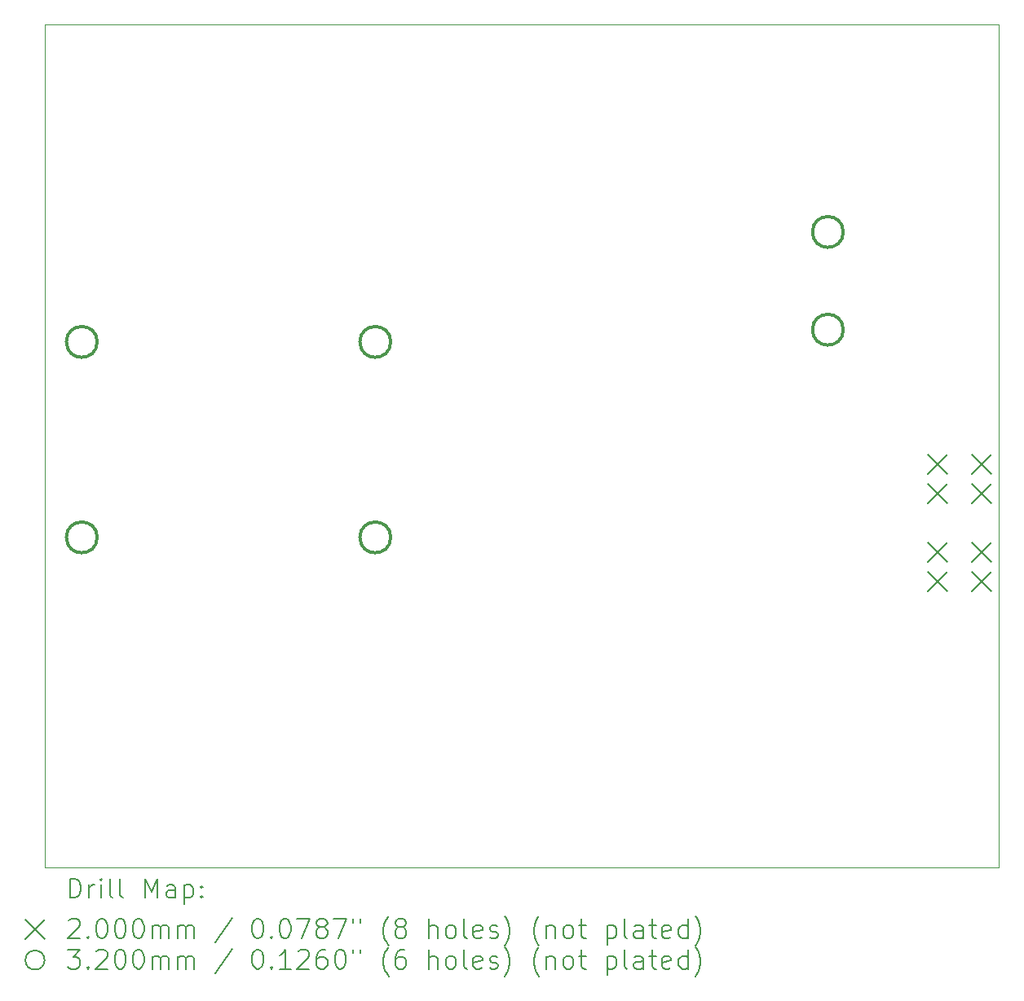
<source format=gbr>
%TF.GenerationSoftware,KiCad,Pcbnew,7.0.5*%
%TF.CreationDate,2023-07-22T19:45:40-06:00*%
%TF.ProjectId,Project-Supernova-PCB,50726f6a-6563-4742-9d53-757065726e6f,rev?*%
%TF.SameCoordinates,Original*%
%TF.FileFunction,Drillmap*%
%TF.FilePolarity,Positive*%
%FSLAX45Y45*%
G04 Gerber Fmt 4.5, Leading zero omitted, Abs format (unit mm)*
G04 Created by KiCad (PCBNEW 7.0.5) date 2023-07-22 19:45:40*
%MOMM*%
%LPD*%
G01*
G04 APERTURE LIST*
%ADD10C,0.100000*%
%ADD11C,0.200000*%
%ADD12C,0.320000*%
G04 APERTURE END LIST*
D10*
X8509000Y-4572000D02*
X18415000Y-4572000D01*
X18415000Y-13335000D01*
X8509000Y-13335000D01*
X8509000Y-4572000D01*
D11*
X17680000Y-9044000D02*
X17880000Y-9244000D01*
X17880000Y-9044000D02*
X17680000Y-9244000D01*
X17680000Y-9348800D02*
X17880000Y-9548800D01*
X17880000Y-9348800D02*
X17680000Y-9548800D01*
X17680000Y-9958400D02*
X17880000Y-10158400D01*
X17880000Y-9958400D02*
X17680000Y-10158400D01*
X17680000Y-10263200D02*
X17880000Y-10463200D01*
X17880000Y-10263200D02*
X17680000Y-10463200D01*
X18137200Y-9044000D02*
X18337200Y-9244000D01*
X18337200Y-9044000D02*
X18137200Y-9244000D01*
X18137200Y-9348800D02*
X18337200Y-9548800D01*
X18337200Y-9348800D02*
X18137200Y-9548800D01*
X18137200Y-9958400D02*
X18337200Y-10158400D01*
X18337200Y-9958400D02*
X18137200Y-10158400D01*
X18137200Y-10263200D02*
X18337200Y-10463200D01*
X18337200Y-10263200D02*
X18137200Y-10463200D01*
D12*
X9050000Y-7874000D02*
G75*
G03*
X9050000Y-7874000I-160000J0D01*
G01*
X9050000Y-9906000D02*
G75*
G03*
X9050000Y-9906000I-160000J0D01*
G01*
X12098000Y-7874000D02*
G75*
G03*
X12098000Y-7874000I-160000J0D01*
G01*
X12098000Y-9906000D02*
G75*
G03*
X12098000Y-9906000I-160000J0D01*
G01*
X16798000Y-6731000D02*
G75*
G03*
X16798000Y-6731000I-160000J0D01*
G01*
X16798000Y-7747000D02*
G75*
G03*
X16798000Y-7747000I-160000J0D01*
G01*
D11*
X8764777Y-13651484D02*
X8764777Y-13451484D01*
X8764777Y-13451484D02*
X8812396Y-13451484D01*
X8812396Y-13451484D02*
X8840967Y-13461008D01*
X8840967Y-13461008D02*
X8860015Y-13480055D01*
X8860015Y-13480055D02*
X8869539Y-13499103D01*
X8869539Y-13499103D02*
X8879063Y-13537198D01*
X8879063Y-13537198D02*
X8879063Y-13565769D01*
X8879063Y-13565769D02*
X8869539Y-13603865D01*
X8869539Y-13603865D02*
X8860015Y-13622912D01*
X8860015Y-13622912D02*
X8840967Y-13641960D01*
X8840967Y-13641960D02*
X8812396Y-13651484D01*
X8812396Y-13651484D02*
X8764777Y-13651484D01*
X8964777Y-13651484D02*
X8964777Y-13518150D01*
X8964777Y-13556246D02*
X8974301Y-13537198D01*
X8974301Y-13537198D02*
X8983824Y-13527674D01*
X8983824Y-13527674D02*
X9002872Y-13518150D01*
X9002872Y-13518150D02*
X9021920Y-13518150D01*
X9088586Y-13651484D02*
X9088586Y-13518150D01*
X9088586Y-13451484D02*
X9079063Y-13461008D01*
X9079063Y-13461008D02*
X9088586Y-13470531D01*
X9088586Y-13470531D02*
X9098110Y-13461008D01*
X9098110Y-13461008D02*
X9088586Y-13451484D01*
X9088586Y-13451484D02*
X9088586Y-13470531D01*
X9212396Y-13651484D02*
X9193348Y-13641960D01*
X9193348Y-13641960D02*
X9183824Y-13622912D01*
X9183824Y-13622912D02*
X9183824Y-13451484D01*
X9317158Y-13651484D02*
X9298110Y-13641960D01*
X9298110Y-13641960D02*
X9288586Y-13622912D01*
X9288586Y-13622912D02*
X9288586Y-13451484D01*
X9545729Y-13651484D02*
X9545729Y-13451484D01*
X9545729Y-13451484D02*
X9612396Y-13594341D01*
X9612396Y-13594341D02*
X9679063Y-13451484D01*
X9679063Y-13451484D02*
X9679063Y-13651484D01*
X9860015Y-13651484D02*
X9860015Y-13546722D01*
X9860015Y-13546722D02*
X9850491Y-13527674D01*
X9850491Y-13527674D02*
X9831444Y-13518150D01*
X9831444Y-13518150D02*
X9793348Y-13518150D01*
X9793348Y-13518150D02*
X9774301Y-13527674D01*
X9860015Y-13641960D02*
X9840967Y-13651484D01*
X9840967Y-13651484D02*
X9793348Y-13651484D01*
X9793348Y-13651484D02*
X9774301Y-13641960D01*
X9774301Y-13641960D02*
X9764777Y-13622912D01*
X9764777Y-13622912D02*
X9764777Y-13603865D01*
X9764777Y-13603865D02*
X9774301Y-13584817D01*
X9774301Y-13584817D02*
X9793348Y-13575293D01*
X9793348Y-13575293D02*
X9840967Y-13575293D01*
X9840967Y-13575293D02*
X9860015Y-13565769D01*
X9955253Y-13518150D02*
X9955253Y-13718150D01*
X9955253Y-13527674D02*
X9974301Y-13518150D01*
X9974301Y-13518150D02*
X10012396Y-13518150D01*
X10012396Y-13518150D02*
X10031444Y-13527674D01*
X10031444Y-13527674D02*
X10040967Y-13537198D01*
X10040967Y-13537198D02*
X10050491Y-13556246D01*
X10050491Y-13556246D02*
X10050491Y-13613388D01*
X10050491Y-13613388D02*
X10040967Y-13632436D01*
X10040967Y-13632436D02*
X10031444Y-13641960D01*
X10031444Y-13641960D02*
X10012396Y-13651484D01*
X10012396Y-13651484D02*
X9974301Y-13651484D01*
X9974301Y-13651484D02*
X9955253Y-13641960D01*
X10136205Y-13632436D02*
X10145729Y-13641960D01*
X10145729Y-13641960D02*
X10136205Y-13651484D01*
X10136205Y-13651484D02*
X10126682Y-13641960D01*
X10126682Y-13641960D02*
X10136205Y-13632436D01*
X10136205Y-13632436D02*
X10136205Y-13651484D01*
X10136205Y-13527674D02*
X10145729Y-13537198D01*
X10145729Y-13537198D02*
X10136205Y-13546722D01*
X10136205Y-13546722D02*
X10126682Y-13537198D01*
X10126682Y-13537198D02*
X10136205Y-13527674D01*
X10136205Y-13527674D02*
X10136205Y-13546722D01*
X8304000Y-13880000D02*
X8504000Y-14080000D01*
X8504000Y-13880000D02*
X8304000Y-14080000D01*
X8755253Y-13890531D02*
X8764777Y-13881008D01*
X8764777Y-13881008D02*
X8783824Y-13871484D01*
X8783824Y-13871484D02*
X8831444Y-13871484D01*
X8831444Y-13871484D02*
X8850491Y-13881008D01*
X8850491Y-13881008D02*
X8860015Y-13890531D01*
X8860015Y-13890531D02*
X8869539Y-13909579D01*
X8869539Y-13909579D02*
X8869539Y-13928627D01*
X8869539Y-13928627D02*
X8860015Y-13957198D01*
X8860015Y-13957198D02*
X8745729Y-14071484D01*
X8745729Y-14071484D02*
X8869539Y-14071484D01*
X8955253Y-14052436D02*
X8964777Y-14061960D01*
X8964777Y-14061960D02*
X8955253Y-14071484D01*
X8955253Y-14071484D02*
X8945729Y-14061960D01*
X8945729Y-14061960D02*
X8955253Y-14052436D01*
X8955253Y-14052436D02*
X8955253Y-14071484D01*
X9088586Y-13871484D02*
X9107634Y-13871484D01*
X9107634Y-13871484D02*
X9126682Y-13881008D01*
X9126682Y-13881008D02*
X9136205Y-13890531D01*
X9136205Y-13890531D02*
X9145729Y-13909579D01*
X9145729Y-13909579D02*
X9155253Y-13947674D01*
X9155253Y-13947674D02*
X9155253Y-13995293D01*
X9155253Y-13995293D02*
X9145729Y-14033388D01*
X9145729Y-14033388D02*
X9136205Y-14052436D01*
X9136205Y-14052436D02*
X9126682Y-14061960D01*
X9126682Y-14061960D02*
X9107634Y-14071484D01*
X9107634Y-14071484D02*
X9088586Y-14071484D01*
X9088586Y-14071484D02*
X9069539Y-14061960D01*
X9069539Y-14061960D02*
X9060015Y-14052436D01*
X9060015Y-14052436D02*
X9050491Y-14033388D01*
X9050491Y-14033388D02*
X9040967Y-13995293D01*
X9040967Y-13995293D02*
X9040967Y-13947674D01*
X9040967Y-13947674D02*
X9050491Y-13909579D01*
X9050491Y-13909579D02*
X9060015Y-13890531D01*
X9060015Y-13890531D02*
X9069539Y-13881008D01*
X9069539Y-13881008D02*
X9088586Y-13871484D01*
X9279063Y-13871484D02*
X9298110Y-13871484D01*
X9298110Y-13871484D02*
X9317158Y-13881008D01*
X9317158Y-13881008D02*
X9326682Y-13890531D01*
X9326682Y-13890531D02*
X9336205Y-13909579D01*
X9336205Y-13909579D02*
X9345729Y-13947674D01*
X9345729Y-13947674D02*
X9345729Y-13995293D01*
X9345729Y-13995293D02*
X9336205Y-14033388D01*
X9336205Y-14033388D02*
X9326682Y-14052436D01*
X9326682Y-14052436D02*
X9317158Y-14061960D01*
X9317158Y-14061960D02*
X9298110Y-14071484D01*
X9298110Y-14071484D02*
X9279063Y-14071484D01*
X9279063Y-14071484D02*
X9260015Y-14061960D01*
X9260015Y-14061960D02*
X9250491Y-14052436D01*
X9250491Y-14052436D02*
X9240967Y-14033388D01*
X9240967Y-14033388D02*
X9231444Y-13995293D01*
X9231444Y-13995293D02*
X9231444Y-13947674D01*
X9231444Y-13947674D02*
X9240967Y-13909579D01*
X9240967Y-13909579D02*
X9250491Y-13890531D01*
X9250491Y-13890531D02*
X9260015Y-13881008D01*
X9260015Y-13881008D02*
X9279063Y-13871484D01*
X9469539Y-13871484D02*
X9488586Y-13871484D01*
X9488586Y-13871484D02*
X9507634Y-13881008D01*
X9507634Y-13881008D02*
X9517158Y-13890531D01*
X9517158Y-13890531D02*
X9526682Y-13909579D01*
X9526682Y-13909579D02*
X9536205Y-13947674D01*
X9536205Y-13947674D02*
X9536205Y-13995293D01*
X9536205Y-13995293D02*
X9526682Y-14033388D01*
X9526682Y-14033388D02*
X9517158Y-14052436D01*
X9517158Y-14052436D02*
X9507634Y-14061960D01*
X9507634Y-14061960D02*
X9488586Y-14071484D01*
X9488586Y-14071484D02*
X9469539Y-14071484D01*
X9469539Y-14071484D02*
X9450491Y-14061960D01*
X9450491Y-14061960D02*
X9440967Y-14052436D01*
X9440967Y-14052436D02*
X9431444Y-14033388D01*
X9431444Y-14033388D02*
X9421920Y-13995293D01*
X9421920Y-13995293D02*
X9421920Y-13947674D01*
X9421920Y-13947674D02*
X9431444Y-13909579D01*
X9431444Y-13909579D02*
X9440967Y-13890531D01*
X9440967Y-13890531D02*
X9450491Y-13881008D01*
X9450491Y-13881008D02*
X9469539Y-13871484D01*
X9621920Y-14071484D02*
X9621920Y-13938150D01*
X9621920Y-13957198D02*
X9631444Y-13947674D01*
X9631444Y-13947674D02*
X9650491Y-13938150D01*
X9650491Y-13938150D02*
X9679063Y-13938150D01*
X9679063Y-13938150D02*
X9698110Y-13947674D01*
X9698110Y-13947674D02*
X9707634Y-13966722D01*
X9707634Y-13966722D02*
X9707634Y-14071484D01*
X9707634Y-13966722D02*
X9717158Y-13947674D01*
X9717158Y-13947674D02*
X9736205Y-13938150D01*
X9736205Y-13938150D02*
X9764777Y-13938150D01*
X9764777Y-13938150D02*
X9783825Y-13947674D01*
X9783825Y-13947674D02*
X9793348Y-13966722D01*
X9793348Y-13966722D02*
X9793348Y-14071484D01*
X9888586Y-14071484D02*
X9888586Y-13938150D01*
X9888586Y-13957198D02*
X9898110Y-13947674D01*
X9898110Y-13947674D02*
X9917158Y-13938150D01*
X9917158Y-13938150D02*
X9945729Y-13938150D01*
X9945729Y-13938150D02*
X9964777Y-13947674D01*
X9964777Y-13947674D02*
X9974301Y-13966722D01*
X9974301Y-13966722D02*
X9974301Y-14071484D01*
X9974301Y-13966722D02*
X9983825Y-13947674D01*
X9983825Y-13947674D02*
X10002872Y-13938150D01*
X10002872Y-13938150D02*
X10031444Y-13938150D01*
X10031444Y-13938150D02*
X10050491Y-13947674D01*
X10050491Y-13947674D02*
X10060015Y-13966722D01*
X10060015Y-13966722D02*
X10060015Y-14071484D01*
X10450491Y-13861960D02*
X10279063Y-14119103D01*
X10707634Y-13871484D02*
X10726682Y-13871484D01*
X10726682Y-13871484D02*
X10745729Y-13881008D01*
X10745729Y-13881008D02*
X10755253Y-13890531D01*
X10755253Y-13890531D02*
X10764777Y-13909579D01*
X10764777Y-13909579D02*
X10774301Y-13947674D01*
X10774301Y-13947674D02*
X10774301Y-13995293D01*
X10774301Y-13995293D02*
X10764777Y-14033388D01*
X10764777Y-14033388D02*
X10755253Y-14052436D01*
X10755253Y-14052436D02*
X10745729Y-14061960D01*
X10745729Y-14061960D02*
X10726682Y-14071484D01*
X10726682Y-14071484D02*
X10707634Y-14071484D01*
X10707634Y-14071484D02*
X10688587Y-14061960D01*
X10688587Y-14061960D02*
X10679063Y-14052436D01*
X10679063Y-14052436D02*
X10669539Y-14033388D01*
X10669539Y-14033388D02*
X10660015Y-13995293D01*
X10660015Y-13995293D02*
X10660015Y-13947674D01*
X10660015Y-13947674D02*
X10669539Y-13909579D01*
X10669539Y-13909579D02*
X10679063Y-13890531D01*
X10679063Y-13890531D02*
X10688587Y-13881008D01*
X10688587Y-13881008D02*
X10707634Y-13871484D01*
X10860015Y-14052436D02*
X10869539Y-14061960D01*
X10869539Y-14061960D02*
X10860015Y-14071484D01*
X10860015Y-14071484D02*
X10850491Y-14061960D01*
X10850491Y-14061960D02*
X10860015Y-14052436D01*
X10860015Y-14052436D02*
X10860015Y-14071484D01*
X10993348Y-13871484D02*
X11012396Y-13871484D01*
X11012396Y-13871484D02*
X11031444Y-13881008D01*
X11031444Y-13881008D02*
X11040968Y-13890531D01*
X11040968Y-13890531D02*
X11050491Y-13909579D01*
X11050491Y-13909579D02*
X11060015Y-13947674D01*
X11060015Y-13947674D02*
X11060015Y-13995293D01*
X11060015Y-13995293D02*
X11050491Y-14033388D01*
X11050491Y-14033388D02*
X11040968Y-14052436D01*
X11040968Y-14052436D02*
X11031444Y-14061960D01*
X11031444Y-14061960D02*
X11012396Y-14071484D01*
X11012396Y-14071484D02*
X10993348Y-14071484D01*
X10993348Y-14071484D02*
X10974301Y-14061960D01*
X10974301Y-14061960D02*
X10964777Y-14052436D01*
X10964777Y-14052436D02*
X10955253Y-14033388D01*
X10955253Y-14033388D02*
X10945729Y-13995293D01*
X10945729Y-13995293D02*
X10945729Y-13947674D01*
X10945729Y-13947674D02*
X10955253Y-13909579D01*
X10955253Y-13909579D02*
X10964777Y-13890531D01*
X10964777Y-13890531D02*
X10974301Y-13881008D01*
X10974301Y-13881008D02*
X10993348Y-13871484D01*
X11126682Y-13871484D02*
X11260015Y-13871484D01*
X11260015Y-13871484D02*
X11174301Y-14071484D01*
X11364777Y-13957198D02*
X11345729Y-13947674D01*
X11345729Y-13947674D02*
X11336206Y-13938150D01*
X11336206Y-13938150D02*
X11326682Y-13919103D01*
X11326682Y-13919103D02*
X11326682Y-13909579D01*
X11326682Y-13909579D02*
X11336206Y-13890531D01*
X11336206Y-13890531D02*
X11345729Y-13881008D01*
X11345729Y-13881008D02*
X11364777Y-13871484D01*
X11364777Y-13871484D02*
X11402872Y-13871484D01*
X11402872Y-13871484D02*
X11421920Y-13881008D01*
X11421920Y-13881008D02*
X11431444Y-13890531D01*
X11431444Y-13890531D02*
X11440967Y-13909579D01*
X11440967Y-13909579D02*
X11440967Y-13919103D01*
X11440967Y-13919103D02*
X11431444Y-13938150D01*
X11431444Y-13938150D02*
X11421920Y-13947674D01*
X11421920Y-13947674D02*
X11402872Y-13957198D01*
X11402872Y-13957198D02*
X11364777Y-13957198D01*
X11364777Y-13957198D02*
X11345729Y-13966722D01*
X11345729Y-13966722D02*
X11336206Y-13976246D01*
X11336206Y-13976246D02*
X11326682Y-13995293D01*
X11326682Y-13995293D02*
X11326682Y-14033388D01*
X11326682Y-14033388D02*
X11336206Y-14052436D01*
X11336206Y-14052436D02*
X11345729Y-14061960D01*
X11345729Y-14061960D02*
X11364777Y-14071484D01*
X11364777Y-14071484D02*
X11402872Y-14071484D01*
X11402872Y-14071484D02*
X11421920Y-14061960D01*
X11421920Y-14061960D02*
X11431444Y-14052436D01*
X11431444Y-14052436D02*
X11440967Y-14033388D01*
X11440967Y-14033388D02*
X11440967Y-13995293D01*
X11440967Y-13995293D02*
X11431444Y-13976246D01*
X11431444Y-13976246D02*
X11421920Y-13966722D01*
X11421920Y-13966722D02*
X11402872Y-13957198D01*
X11507634Y-13871484D02*
X11640967Y-13871484D01*
X11640967Y-13871484D02*
X11555253Y-14071484D01*
X11707634Y-13871484D02*
X11707634Y-13909579D01*
X11783825Y-13871484D02*
X11783825Y-13909579D01*
X12079063Y-14147674D02*
X12069539Y-14138150D01*
X12069539Y-14138150D02*
X12050491Y-14109579D01*
X12050491Y-14109579D02*
X12040968Y-14090531D01*
X12040968Y-14090531D02*
X12031444Y-14061960D01*
X12031444Y-14061960D02*
X12021920Y-14014341D01*
X12021920Y-14014341D02*
X12021920Y-13976246D01*
X12021920Y-13976246D02*
X12031444Y-13928627D01*
X12031444Y-13928627D02*
X12040968Y-13900055D01*
X12040968Y-13900055D02*
X12050491Y-13881008D01*
X12050491Y-13881008D02*
X12069539Y-13852436D01*
X12069539Y-13852436D02*
X12079063Y-13842912D01*
X12183825Y-13957198D02*
X12164777Y-13947674D01*
X12164777Y-13947674D02*
X12155253Y-13938150D01*
X12155253Y-13938150D02*
X12145729Y-13919103D01*
X12145729Y-13919103D02*
X12145729Y-13909579D01*
X12145729Y-13909579D02*
X12155253Y-13890531D01*
X12155253Y-13890531D02*
X12164777Y-13881008D01*
X12164777Y-13881008D02*
X12183825Y-13871484D01*
X12183825Y-13871484D02*
X12221920Y-13871484D01*
X12221920Y-13871484D02*
X12240968Y-13881008D01*
X12240968Y-13881008D02*
X12250491Y-13890531D01*
X12250491Y-13890531D02*
X12260015Y-13909579D01*
X12260015Y-13909579D02*
X12260015Y-13919103D01*
X12260015Y-13919103D02*
X12250491Y-13938150D01*
X12250491Y-13938150D02*
X12240968Y-13947674D01*
X12240968Y-13947674D02*
X12221920Y-13957198D01*
X12221920Y-13957198D02*
X12183825Y-13957198D01*
X12183825Y-13957198D02*
X12164777Y-13966722D01*
X12164777Y-13966722D02*
X12155253Y-13976246D01*
X12155253Y-13976246D02*
X12145729Y-13995293D01*
X12145729Y-13995293D02*
X12145729Y-14033388D01*
X12145729Y-14033388D02*
X12155253Y-14052436D01*
X12155253Y-14052436D02*
X12164777Y-14061960D01*
X12164777Y-14061960D02*
X12183825Y-14071484D01*
X12183825Y-14071484D02*
X12221920Y-14071484D01*
X12221920Y-14071484D02*
X12240968Y-14061960D01*
X12240968Y-14061960D02*
X12250491Y-14052436D01*
X12250491Y-14052436D02*
X12260015Y-14033388D01*
X12260015Y-14033388D02*
X12260015Y-13995293D01*
X12260015Y-13995293D02*
X12250491Y-13976246D01*
X12250491Y-13976246D02*
X12240968Y-13966722D01*
X12240968Y-13966722D02*
X12221920Y-13957198D01*
X12498110Y-14071484D02*
X12498110Y-13871484D01*
X12583825Y-14071484D02*
X12583825Y-13966722D01*
X12583825Y-13966722D02*
X12574301Y-13947674D01*
X12574301Y-13947674D02*
X12555253Y-13938150D01*
X12555253Y-13938150D02*
X12526682Y-13938150D01*
X12526682Y-13938150D02*
X12507634Y-13947674D01*
X12507634Y-13947674D02*
X12498110Y-13957198D01*
X12707634Y-14071484D02*
X12688587Y-14061960D01*
X12688587Y-14061960D02*
X12679063Y-14052436D01*
X12679063Y-14052436D02*
X12669539Y-14033388D01*
X12669539Y-14033388D02*
X12669539Y-13976246D01*
X12669539Y-13976246D02*
X12679063Y-13957198D01*
X12679063Y-13957198D02*
X12688587Y-13947674D01*
X12688587Y-13947674D02*
X12707634Y-13938150D01*
X12707634Y-13938150D02*
X12736206Y-13938150D01*
X12736206Y-13938150D02*
X12755253Y-13947674D01*
X12755253Y-13947674D02*
X12764777Y-13957198D01*
X12764777Y-13957198D02*
X12774301Y-13976246D01*
X12774301Y-13976246D02*
X12774301Y-14033388D01*
X12774301Y-14033388D02*
X12764777Y-14052436D01*
X12764777Y-14052436D02*
X12755253Y-14061960D01*
X12755253Y-14061960D02*
X12736206Y-14071484D01*
X12736206Y-14071484D02*
X12707634Y-14071484D01*
X12888587Y-14071484D02*
X12869539Y-14061960D01*
X12869539Y-14061960D02*
X12860015Y-14042912D01*
X12860015Y-14042912D02*
X12860015Y-13871484D01*
X13040968Y-14061960D02*
X13021920Y-14071484D01*
X13021920Y-14071484D02*
X12983825Y-14071484D01*
X12983825Y-14071484D02*
X12964777Y-14061960D01*
X12964777Y-14061960D02*
X12955253Y-14042912D01*
X12955253Y-14042912D02*
X12955253Y-13966722D01*
X12955253Y-13966722D02*
X12964777Y-13947674D01*
X12964777Y-13947674D02*
X12983825Y-13938150D01*
X12983825Y-13938150D02*
X13021920Y-13938150D01*
X13021920Y-13938150D02*
X13040968Y-13947674D01*
X13040968Y-13947674D02*
X13050491Y-13966722D01*
X13050491Y-13966722D02*
X13050491Y-13985769D01*
X13050491Y-13985769D02*
X12955253Y-14004817D01*
X13126682Y-14061960D02*
X13145730Y-14071484D01*
X13145730Y-14071484D02*
X13183825Y-14071484D01*
X13183825Y-14071484D02*
X13202872Y-14061960D01*
X13202872Y-14061960D02*
X13212396Y-14042912D01*
X13212396Y-14042912D02*
X13212396Y-14033388D01*
X13212396Y-14033388D02*
X13202872Y-14014341D01*
X13202872Y-14014341D02*
X13183825Y-14004817D01*
X13183825Y-14004817D02*
X13155253Y-14004817D01*
X13155253Y-14004817D02*
X13136206Y-13995293D01*
X13136206Y-13995293D02*
X13126682Y-13976246D01*
X13126682Y-13976246D02*
X13126682Y-13966722D01*
X13126682Y-13966722D02*
X13136206Y-13947674D01*
X13136206Y-13947674D02*
X13155253Y-13938150D01*
X13155253Y-13938150D02*
X13183825Y-13938150D01*
X13183825Y-13938150D02*
X13202872Y-13947674D01*
X13279063Y-14147674D02*
X13288587Y-14138150D01*
X13288587Y-14138150D02*
X13307634Y-14109579D01*
X13307634Y-14109579D02*
X13317158Y-14090531D01*
X13317158Y-14090531D02*
X13326682Y-14061960D01*
X13326682Y-14061960D02*
X13336206Y-14014341D01*
X13336206Y-14014341D02*
X13336206Y-13976246D01*
X13336206Y-13976246D02*
X13326682Y-13928627D01*
X13326682Y-13928627D02*
X13317158Y-13900055D01*
X13317158Y-13900055D02*
X13307634Y-13881008D01*
X13307634Y-13881008D02*
X13288587Y-13852436D01*
X13288587Y-13852436D02*
X13279063Y-13842912D01*
X13640968Y-14147674D02*
X13631444Y-14138150D01*
X13631444Y-14138150D02*
X13612396Y-14109579D01*
X13612396Y-14109579D02*
X13602872Y-14090531D01*
X13602872Y-14090531D02*
X13593349Y-14061960D01*
X13593349Y-14061960D02*
X13583825Y-14014341D01*
X13583825Y-14014341D02*
X13583825Y-13976246D01*
X13583825Y-13976246D02*
X13593349Y-13928627D01*
X13593349Y-13928627D02*
X13602872Y-13900055D01*
X13602872Y-13900055D02*
X13612396Y-13881008D01*
X13612396Y-13881008D02*
X13631444Y-13852436D01*
X13631444Y-13852436D02*
X13640968Y-13842912D01*
X13717158Y-13938150D02*
X13717158Y-14071484D01*
X13717158Y-13957198D02*
X13726682Y-13947674D01*
X13726682Y-13947674D02*
X13745730Y-13938150D01*
X13745730Y-13938150D02*
X13774301Y-13938150D01*
X13774301Y-13938150D02*
X13793349Y-13947674D01*
X13793349Y-13947674D02*
X13802872Y-13966722D01*
X13802872Y-13966722D02*
X13802872Y-14071484D01*
X13926682Y-14071484D02*
X13907634Y-14061960D01*
X13907634Y-14061960D02*
X13898111Y-14052436D01*
X13898111Y-14052436D02*
X13888587Y-14033388D01*
X13888587Y-14033388D02*
X13888587Y-13976246D01*
X13888587Y-13976246D02*
X13898111Y-13957198D01*
X13898111Y-13957198D02*
X13907634Y-13947674D01*
X13907634Y-13947674D02*
X13926682Y-13938150D01*
X13926682Y-13938150D02*
X13955253Y-13938150D01*
X13955253Y-13938150D02*
X13974301Y-13947674D01*
X13974301Y-13947674D02*
X13983825Y-13957198D01*
X13983825Y-13957198D02*
X13993349Y-13976246D01*
X13993349Y-13976246D02*
X13993349Y-14033388D01*
X13993349Y-14033388D02*
X13983825Y-14052436D01*
X13983825Y-14052436D02*
X13974301Y-14061960D01*
X13974301Y-14061960D02*
X13955253Y-14071484D01*
X13955253Y-14071484D02*
X13926682Y-14071484D01*
X14050492Y-13938150D02*
X14126682Y-13938150D01*
X14079063Y-13871484D02*
X14079063Y-14042912D01*
X14079063Y-14042912D02*
X14088587Y-14061960D01*
X14088587Y-14061960D02*
X14107634Y-14071484D01*
X14107634Y-14071484D02*
X14126682Y-14071484D01*
X14345730Y-13938150D02*
X14345730Y-14138150D01*
X14345730Y-13947674D02*
X14364777Y-13938150D01*
X14364777Y-13938150D02*
X14402873Y-13938150D01*
X14402873Y-13938150D02*
X14421920Y-13947674D01*
X14421920Y-13947674D02*
X14431444Y-13957198D01*
X14431444Y-13957198D02*
X14440968Y-13976246D01*
X14440968Y-13976246D02*
X14440968Y-14033388D01*
X14440968Y-14033388D02*
X14431444Y-14052436D01*
X14431444Y-14052436D02*
X14421920Y-14061960D01*
X14421920Y-14061960D02*
X14402873Y-14071484D01*
X14402873Y-14071484D02*
X14364777Y-14071484D01*
X14364777Y-14071484D02*
X14345730Y-14061960D01*
X14555253Y-14071484D02*
X14536206Y-14061960D01*
X14536206Y-14061960D02*
X14526682Y-14042912D01*
X14526682Y-14042912D02*
X14526682Y-13871484D01*
X14717158Y-14071484D02*
X14717158Y-13966722D01*
X14717158Y-13966722D02*
X14707634Y-13947674D01*
X14707634Y-13947674D02*
X14688587Y-13938150D01*
X14688587Y-13938150D02*
X14650492Y-13938150D01*
X14650492Y-13938150D02*
X14631444Y-13947674D01*
X14717158Y-14061960D02*
X14698111Y-14071484D01*
X14698111Y-14071484D02*
X14650492Y-14071484D01*
X14650492Y-14071484D02*
X14631444Y-14061960D01*
X14631444Y-14061960D02*
X14621920Y-14042912D01*
X14621920Y-14042912D02*
X14621920Y-14023865D01*
X14621920Y-14023865D02*
X14631444Y-14004817D01*
X14631444Y-14004817D02*
X14650492Y-13995293D01*
X14650492Y-13995293D02*
X14698111Y-13995293D01*
X14698111Y-13995293D02*
X14717158Y-13985769D01*
X14783825Y-13938150D02*
X14860015Y-13938150D01*
X14812396Y-13871484D02*
X14812396Y-14042912D01*
X14812396Y-14042912D02*
X14821920Y-14061960D01*
X14821920Y-14061960D02*
X14840968Y-14071484D01*
X14840968Y-14071484D02*
X14860015Y-14071484D01*
X15002873Y-14061960D02*
X14983825Y-14071484D01*
X14983825Y-14071484D02*
X14945730Y-14071484D01*
X14945730Y-14071484D02*
X14926682Y-14061960D01*
X14926682Y-14061960D02*
X14917158Y-14042912D01*
X14917158Y-14042912D02*
X14917158Y-13966722D01*
X14917158Y-13966722D02*
X14926682Y-13947674D01*
X14926682Y-13947674D02*
X14945730Y-13938150D01*
X14945730Y-13938150D02*
X14983825Y-13938150D01*
X14983825Y-13938150D02*
X15002873Y-13947674D01*
X15002873Y-13947674D02*
X15012396Y-13966722D01*
X15012396Y-13966722D02*
X15012396Y-13985769D01*
X15012396Y-13985769D02*
X14917158Y-14004817D01*
X15183825Y-14071484D02*
X15183825Y-13871484D01*
X15183825Y-14061960D02*
X15164777Y-14071484D01*
X15164777Y-14071484D02*
X15126682Y-14071484D01*
X15126682Y-14071484D02*
X15107634Y-14061960D01*
X15107634Y-14061960D02*
X15098111Y-14052436D01*
X15098111Y-14052436D02*
X15088587Y-14033388D01*
X15088587Y-14033388D02*
X15088587Y-13976246D01*
X15088587Y-13976246D02*
X15098111Y-13957198D01*
X15098111Y-13957198D02*
X15107634Y-13947674D01*
X15107634Y-13947674D02*
X15126682Y-13938150D01*
X15126682Y-13938150D02*
X15164777Y-13938150D01*
X15164777Y-13938150D02*
X15183825Y-13947674D01*
X15260015Y-14147674D02*
X15269539Y-14138150D01*
X15269539Y-14138150D02*
X15288587Y-14109579D01*
X15288587Y-14109579D02*
X15298111Y-14090531D01*
X15298111Y-14090531D02*
X15307634Y-14061960D01*
X15307634Y-14061960D02*
X15317158Y-14014341D01*
X15317158Y-14014341D02*
X15317158Y-13976246D01*
X15317158Y-13976246D02*
X15307634Y-13928627D01*
X15307634Y-13928627D02*
X15298111Y-13900055D01*
X15298111Y-13900055D02*
X15288587Y-13881008D01*
X15288587Y-13881008D02*
X15269539Y-13852436D01*
X15269539Y-13852436D02*
X15260015Y-13842912D01*
X8504000Y-14300000D02*
G75*
G03*
X8504000Y-14300000I-100000J0D01*
G01*
X8745729Y-14191484D02*
X8869539Y-14191484D01*
X8869539Y-14191484D02*
X8802872Y-14267674D01*
X8802872Y-14267674D02*
X8831444Y-14267674D01*
X8831444Y-14267674D02*
X8850491Y-14277198D01*
X8850491Y-14277198D02*
X8860015Y-14286722D01*
X8860015Y-14286722D02*
X8869539Y-14305769D01*
X8869539Y-14305769D02*
X8869539Y-14353388D01*
X8869539Y-14353388D02*
X8860015Y-14372436D01*
X8860015Y-14372436D02*
X8850491Y-14381960D01*
X8850491Y-14381960D02*
X8831444Y-14391484D01*
X8831444Y-14391484D02*
X8774301Y-14391484D01*
X8774301Y-14391484D02*
X8755253Y-14381960D01*
X8755253Y-14381960D02*
X8745729Y-14372436D01*
X8955253Y-14372436D02*
X8964777Y-14381960D01*
X8964777Y-14381960D02*
X8955253Y-14391484D01*
X8955253Y-14391484D02*
X8945729Y-14381960D01*
X8945729Y-14381960D02*
X8955253Y-14372436D01*
X8955253Y-14372436D02*
X8955253Y-14391484D01*
X9040967Y-14210531D02*
X9050491Y-14201008D01*
X9050491Y-14201008D02*
X9069539Y-14191484D01*
X9069539Y-14191484D02*
X9117158Y-14191484D01*
X9117158Y-14191484D02*
X9136205Y-14201008D01*
X9136205Y-14201008D02*
X9145729Y-14210531D01*
X9145729Y-14210531D02*
X9155253Y-14229579D01*
X9155253Y-14229579D02*
X9155253Y-14248627D01*
X9155253Y-14248627D02*
X9145729Y-14277198D01*
X9145729Y-14277198D02*
X9031444Y-14391484D01*
X9031444Y-14391484D02*
X9155253Y-14391484D01*
X9279063Y-14191484D02*
X9298110Y-14191484D01*
X9298110Y-14191484D02*
X9317158Y-14201008D01*
X9317158Y-14201008D02*
X9326682Y-14210531D01*
X9326682Y-14210531D02*
X9336205Y-14229579D01*
X9336205Y-14229579D02*
X9345729Y-14267674D01*
X9345729Y-14267674D02*
X9345729Y-14315293D01*
X9345729Y-14315293D02*
X9336205Y-14353388D01*
X9336205Y-14353388D02*
X9326682Y-14372436D01*
X9326682Y-14372436D02*
X9317158Y-14381960D01*
X9317158Y-14381960D02*
X9298110Y-14391484D01*
X9298110Y-14391484D02*
X9279063Y-14391484D01*
X9279063Y-14391484D02*
X9260015Y-14381960D01*
X9260015Y-14381960D02*
X9250491Y-14372436D01*
X9250491Y-14372436D02*
X9240967Y-14353388D01*
X9240967Y-14353388D02*
X9231444Y-14315293D01*
X9231444Y-14315293D02*
X9231444Y-14267674D01*
X9231444Y-14267674D02*
X9240967Y-14229579D01*
X9240967Y-14229579D02*
X9250491Y-14210531D01*
X9250491Y-14210531D02*
X9260015Y-14201008D01*
X9260015Y-14201008D02*
X9279063Y-14191484D01*
X9469539Y-14191484D02*
X9488586Y-14191484D01*
X9488586Y-14191484D02*
X9507634Y-14201008D01*
X9507634Y-14201008D02*
X9517158Y-14210531D01*
X9517158Y-14210531D02*
X9526682Y-14229579D01*
X9526682Y-14229579D02*
X9536205Y-14267674D01*
X9536205Y-14267674D02*
X9536205Y-14315293D01*
X9536205Y-14315293D02*
X9526682Y-14353388D01*
X9526682Y-14353388D02*
X9517158Y-14372436D01*
X9517158Y-14372436D02*
X9507634Y-14381960D01*
X9507634Y-14381960D02*
X9488586Y-14391484D01*
X9488586Y-14391484D02*
X9469539Y-14391484D01*
X9469539Y-14391484D02*
X9450491Y-14381960D01*
X9450491Y-14381960D02*
X9440967Y-14372436D01*
X9440967Y-14372436D02*
X9431444Y-14353388D01*
X9431444Y-14353388D02*
X9421920Y-14315293D01*
X9421920Y-14315293D02*
X9421920Y-14267674D01*
X9421920Y-14267674D02*
X9431444Y-14229579D01*
X9431444Y-14229579D02*
X9440967Y-14210531D01*
X9440967Y-14210531D02*
X9450491Y-14201008D01*
X9450491Y-14201008D02*
X9469539Y-14191484D01*
X9621920Y-14391484D02*
X9621920Y-14258150D01*
X9621920Y-14277198D02*
X9631444Y-14267674D01*
X9631444Y-14267674D02*
X9650491Y-14258150D01*
X9650491Y-14258150D02*
X9679063Y-14258150D01*
X9679063Y-14258150D02*
X9698110Y-14267674D01*
X9698110Y-14267674D02*
X9707634Y-14286722D01*
X9707634Y-14286722D02*
X9707634Y-14391484D01*
X9707634Y-14286722D02*
X9717158Y-14267674D01*
X9717158Y-14267674D02*
X9736205Y-14258150D01*
X9736205Y-14258150D02*
X9764777Y-14258150D01*
X9764777Y-14258150D02*
X9783825Y-14267674D01*
X9783825Y-14267674D02*
X9793348Y-14286722D01*
X9793348Y-14286722D02*
X9793348Y-14391484D01*
X9888586Y-14391484D02*
X9888586Y-14258150D01*
X9888586Y-14277198D02*
X9898110Y-14267674D01*
X9898110Y-14267674D02*
X9917158Y-14258150D01*
X9917158Y-14258150D02*
X9945729Y-14258150D01*
X9945729Y-14258150D02*
X9964777Y-14267674D01*
X9964777Y-14267674D02*
X9974301Y-14286722D01*
X9974301Y-14286722D02*
X9974301Y-14391484D01*
X9974301Y-14286722D02*
X9983825Y-14267674D01*
X9983825Y-14267674D02*
X10002872Y-14258150D01*
X10002872Y-14258150D02*
X10031444Y-14258150D01*
X10031444Y-14258150D02*
X10050491Y-14267674D01*
X10050491Y-14267674D02*
X10060015Y-14286722D01*
X10060015Y-14286722D02*
X10060015Y-14391484D01*
X10450491Y-14181960D02*
X10279063Y-14439103D01*
X10707634Y-14191484D02*
X10726682Y-14191484D01*
X10726682Y-14191484D02*
X10745729Y-14201008D01*
X10745729Y-14201008D02*
X10755253Y-14210531D01*
X10755253Y-14210531D02*
X10764777Y-14229579D01*
X10764777Y-14229579D02*
X10774301Y-14267674D01*
X10774301Y-14267674D02*
X10774301Y-14315293D01*
X10774301Y-14315293D02*
X10764777Y-14353388D01*
X10764777Y-14353388D02*
X10755253Y-14372436D01*
X10755253Y-14372436D02*
X10745729Y-14381960D01*
X10745729Y-14381960D02*
X10726682Y-14391484D01*
X10726682Y-14391484D02*
X10707634Y-14391484D01*
X10707634Y-14391484D02*
X10688587Y-14381960D01*
X10688587Y-14381960D02*
X10679063Y-14372436D01*
X10679063Y-14372436D02*
X10669539Y-14353388D01*
X10669539Y-14353388D02*
X10660015Y-14315293D01*
X10660015Y-14315293D02*
X10660015Y-14267674D01*
X10660015Y-14267674D02*
X10669539Y-14229579D01*
X10669539Y-14229579D02*
X10679063Y-14210531D01*
X10679063Y-14210531D02*
X10688587Y-14201008D01*
X10688587Y-14201008D02*
X10707634Y-14191484D01*
X10860015Y-14372436D02*
X10869539Y-14381960D01*
X10869539Y-14381960D02*
X10860015Y-14391484D01*
X10860015Y-14391484D02*
X10850491Y-14381960D01*
X10850491Y-14381960D02*
X10860015Y-14372436D01*
X10860015Y-14372436D02*
X10860015Y-14391484D01*
X11060015Y-14391484D02*
X10945729Y-14391484D01*
X11002872Y-14391484D02*
X11002872Y-14191484D01*
X11002872Y-14191484D02*
X10983825Y-14220055D01*
X10983825Y-14220055D02*
X10964777Y-14239103D01*
X10964777Y-14239103D02*
X10945729Y-14248627D01*
X11136206Y-14210531D02*
X11145729Y-14201008D01*
X11145729Y-14201008D02*
X11164777Y-14191484D01*
X11164777Y-14191484D02*
X11212396Y-14191484D01*
X11212396Y-14191484D02*
X11231444Y-14201008D01*
X11231444Y-14201008D02*
X11240967Y-14210531D01*
X11240967Y-14210531D02*
X11250491Y-14229579D01*
X11250491Y-14229579D02*
X11250491Y-14248627D01*
X11250491Y-14248627D02*
X11240967Y-14277198D01*
X11240967Y-14277198D02*
X11126682Y-14391484D01*
X11126682Y-14391484D02*
X11250491Y-14391484D01*
X11421920Y-14191484D02*
X11383825Y-14191484D01*
X11383825Y-14191484D02*
X11364777Y-14201008D01*
X11364777Y-14201008D02*
X11355253Y-14210531D01*
X11355253Y-14210531D02*
X11336206Y-14239103D01*
X11336206Y-14239103D02*
X11326682Y-14277198D01*
X11326682Y-14277198D02*
X11326682Y-14353388D01*
X11326682Y-14353388D02*
X11336206Y-14372436D01*
X11336206Y-14372436D02*
X11345729Y-14381960D01*
X11345729Y-14381960D02*
X11364777Y-14391484D01*
X11364777Y-14391484D02*
X11402872Y-14391484D01*
X11402872Y-14391484D02*
X11421920Y-14381960D01*
X11421920Y-14381960D02*
X11431444Y-14372436D01*
X11431444Y-14372436D02*
X11440967Y-14353388D01*
X11440967Y-14353388D02*
X11440967Y-14305769D01*
X11440967Y-14305769D02*
X11431444Y-14286722D01*
X11431444Y-14286722D02*
X11421920Y-14277198D01*
X11421920Y-14277198D02*
X11402872Y-14267674D01*
X11402872Y-14267674D02*
X11364777Y-14267674D01*
X11364777Y-14267674D02*
X11345729Y-14277198D01*
X11345729Y-14277198D02*
X11336206Y-14286722D01*
X11336206Y-14286722D02*
X11326682Y-14305769D01*
X11564777Y-14191484D02*
X11583825Y-14191484D01*
X11583825Y-14191484D02*
X11602872Y-14201008D01*
X11602872Y-14201008D02*
X11612396Y-14210531D01*
X11612396Y-14210531D02*
X11621920Y-14229579D01*
X11621920Y-14229579D02*
X11631444Y-14267674D01*
X11631444Y-14267674D02*
X11631444Y-14315293D01*
X11631444Y-14315293D02*
X11621920Y-14353388D01*
X11621920Y-14353388D02*
X11612396Y-14372436D01*
X11612396Y-14372436D02*
X11602872Y-14381960D01*
X11602872Y-14381960D02*
X11583825Y-14391484D01*
X11583825Y-14391484D02*
X11564777Y-14391484D01*
X11564777Y-14391484D02*
X11545729Y-14381960D01*
X11545729Y-14381960D02*
X11536206Y-14372436D01*
X11536206Y-14372436D02*
X11526682Y-14353388D01*
X11526682Y-14353388D02*
X11517158Y-14315293D01*
X11517158Y-14315293D02*
X11517158Y-14267674D01*
X11517158Y-14267674D02*
X11526682Y-14229579D01*
X11526682Y-14229579D02*
X11536206Y-14210531D01*
X11536206Y-14210531D02*
X11545729Y-14201008D01*
X11545729Y-14201008D02*
X11564777Y-14191484D01*
X11707634Y-14191484D02*
X11707634Y-14229579D01*
X11783825Y-14191484D02*
X11783825Y-14229579D01*
X12079063Y-14467674D02*
X12069539Y-14458150D01*
X12069539Y-14458150D02*
X12050491Y-14429579D01*
X12050491Y-14429579D02*
X12040968Y-14410531D01*
X12040968Y-14410531D02*
X12031444Y-14381960D01*
X12031444Y-14381960D02*
X12021920Y-14334341D01*
X12021920Y-14334341D02*
X12021920Y-14296246D01*
X12021920Y-14296246D02*
X12031444Y-14248627D01*
X12031444Y-14248627D02*
X12040968Y-14220055D01*
X12040968Y-14220055D02*
X12050491Y-14201008D01*
X12050491Y-14201008D02*
X12069539Y-14172436D01*
X12069539Y-14172436D02*
X12079063Y-14162912D01*
X12240968Y-14191484D02*
X12202872Y-14191484D01*
X12202872Y-14191484D02*
X12183825Y-14201008D01*
X12183825Y-14201008D02*
X12174301Y-14210531D01*
X12174301Y-14210531D02*
X12155253Y-14239103D01*
X12155253Y-14239103D02*
X12145729Y-14277198D01*
X12145729Y-14277198D02*
X12145729Y-14353388D01*
X12145729Y-14353388D02*
X12155253Y-14372436D01*
X12155253Y-14372436D02*
X12164777Y-14381960D01*
X12164777Y-14381960D02*
X12183825Y-14391484D01*
X12183825Y-14391484D02*
X12221920Y-14391484D01*
X12221920Y-14391484D02*
X12240968Y-14381960D01*
X12240968Y-14381960D02*
X12250491Y-14372436D01*
X12250491Y-14372436D02*
X12260015Y-14353388D01*
X12260015Y-14353388D02*
X12260015Y-14305769D01*
X12260015Y-14305769D02*
X12250491Y-14286722D01*
X12250491Y-14286722D02*
X12240968Y-14277198D01*
X12240968Y-14277198D02*
X12221920Y-14267674D01*
X12221920Y-14267674D02*
X12183825Y-14267674D01*
X12183825Y-14267674D02*
X12164777Y-14277198D01*
X12164777Y-14277198D02*
X12155253Y-14286722D01*
X12155253Y-14286722D02*
X12145729Y-14305769D01*
X12498110Y-14391484D02*
X12498110Y-14191484D01*
X12583825Y-14391484D02*
X12583825Y-14286722D01*
X12583825Y-14286722D02*
X12574301Y-14267674D01*
X12574301Y-14267674D02*
X12555253Y-14258150D01*
X12555253Y-14258150D02*
X12526682Y-14258150D01*
X12526682Y-14258150D02*
X12507634Y-14267674D01*
X12507634Y-14267674D02*
X12498110Y-14277198D01*
X12707634Y-14391484D02*
X12688587Y-14381960D01*
X12688587Y-14381960D02*
X12679063Y-14372436D01*
X12679063Y-14372436D02*
X12669539Y-14353388D01*
X12669539Y-14353388D02*
X12669539Y-14296246D01*
X12669539Y-14296246D02*
X12679063Y-14277198D01*
X12679063Y-14277198D02*
X12688587Y-14267674D01*
X12688587Y-14267674D02*
X12707634Y-14258150D01*
X12707634Y-14258150D02*
X12736206Y-14258150D01*
X12736206Y-14258150D02*
X12755253Y-14267674D01*
X12755253Y-14267674D02*
X12764777Y-14277198D01*
X12764777Y-14277198D02*
X12774301Y-14296246D01*
X12774301Y-14296246D02*
X12774301Y-14353388D01*
X12774301Y-14353388D02*
X12764777Y-14372436D01*
X12764777Y-14372436D02*
X12755253Y-14381960D01*
X12755253Y-14381960D02*
X12736206Y-14391484D01*
X12736206Y-14391484D02*
X12707634Y-14391484D01*
X12888587Y-14391484D02*
X12869539Y-14381960D01*
X12869539Y-14381960D02*
X12860015Y-14362912D01*
X12860015Y-14362912D02*
X12860015Y-14191484D01*
X13040968Y-14381960D02*
X13021920Y-14391484D01*
X13021920Y-14391484D02*
X12983825Y-14391484D01*
X12983825Y-14391484D02*
X12964777Y-14381960D01*
X12964777Y-14381960D02*
X12955253Y-14362912D01*
X12955253Y-14362912D02*
X12955253Y-14286722D01*
X12955253Y-14286722D02*
X12964777Y-14267674D01*
X12964777Y-14267674D02*
X12983825Y-14258150D01*
X12983825Y-14258150D02*
X13021920Y-14258150D01*
X13021920Y-14258150D02*
X13040968Y-14267674D01*
X13040968Y-14267674D02*
X13050491Y-14286722D01*
X13050491Y-14286722D02*
X13050491Y-14305769D01*
X13050491Y-14305769D02*
X12955253Y-14324817D01*
X13126682Y-14381960D02*
X13145730Y-14391484D01*
X13145730Y-14391484D02*
X13183825Y-14391484D01*
X13183825Y-14391484D02*
X13202872Y-14381960D01*
X13202872Y-14381960D02*
X13212396Y-14362912D01*
X13212396Y-14362912D02*
X13212396Y-14353388D01*
X13212396Y-14353388D02*
X13202872Y-14334341D01*
X13202872Y-14334341D02*
X13183825Y-14324817D01*
X13183825Y-14324817D02*
X13155253Y-14324817D01*
X13155253Y-14324817D02*
X13136206Y-14315293D01*
X13136206Y-14315293D02*
X13126682Y-14296246D01*
X13126682Y-14296246D02*
X13126682Y-14286722D01*
X13126682Y-14286722D02*
X13136206Y-14267674D01*
X13136206Y-14267674D02*
X13155253Y-14258150D01*
X13155253Y-14258150D02*
X13183825Y-14258150D01*
X13183825Y-14258150D02*
X13202872Y-14267674D01*
X13279063Y-14467674D02*
X13288587Y-14458150D01*
X13288587Y-14458150D02*
X13307634Y-14429579D01*
X13307634Y-14429579D02*
X13317158Y-14410531D01*
X13317158Y-14410531D02*
X13326682Y-14381960D01*
X13326682Y-14381960D02*
X13336206Y-14334341D01*
X13336206Y-14334341D02*
X13336206Y-14296246D01*
X13336206Y-14296246D02*
X13326682Y-14248627D01*
X13326682Y-14248627D02*
X13317158Y-14220055D01*
X13317158Y-14220055D02*
X13307634Y-14201008D01*
X13307634Y-14201008D02*
X13288587Y-14172436D01*
X13288587Y-14172436D02*
X13279063Y-14162912D01*
X13640968Y-14467674D02*
X13631444Y-14458150D01*
X13631444Y-14458150D02*
X13612396Y-14429579D01*
X13612396Y-14429579D02*
X13602872Y-14410531D01*
X13602872Y-14410531D02*
X13593349Y-14381960D01*
X13593349Y-14381960D02*
X13583825Y-14334341D01*
X13583825Y-14334341D02*
X13583825Y-14296246D01*
X13583825Y-14296246D02*
X13593349Y-14248627D01*
X13593349Y-14248627D02*
X13602872Y-14220055D01*
X13602872Y-14220055D02*
X13612396Y-14201008D01*
X13612396Y-14201008D02*
X13631444Y-14172436D01*
X13631444Y-14172436D02*
X13640968Y-14162912D01*
X13717158Y-14258150D02*
X13717158Y-14391484D01*
X13717158Y-14277198D02*
X13726682Y-14267674D01*
X13726682Y-14267674D02*
X13745730Y-14258150D01*
X13745730Y-14258150D02*
X13774301Y-14258150D01*
X13774301Y-14258150D02*
X13793349Y-14267674D01*
X13793349Y-14267674D02*
X13802872Y-14286722D01*
X13802872Y-14286722D02*
X13802872Y-14391484D01*
X13926682Y-14391484D02*
X13907634Y-14381960D01*
X13907634Y-14381960D02*
X13898111Y-14372436D01*
X13898111Y-14372436D02*
X13888587Y-14353388D01*
X13888587Y-14353388D02*
X13888587Y-14296246D01*
X13888587Y-14296246D02*
X13898111Y-14277198D01*
X13898111Y-14277198D02*
X13907634Y-14267674D01*
X13907634Y-14267674D02*
X13926682Y-14258150D01*
X13926682Y-14258150D02*
X13955253Y-14258150D01*
X13955253Y-14258150D02*
X13974301Y-14267674D01*
X13974301Y-14267674D02*
X13983825Y-14277198D01*
X13983825Y-14277198D02*
X13993349Y-14296246D01*
X13993349Y-14296246D02*
X13993349Y-14353388D01*
X13993349Y-14353388D02*
X13983825Y-14372436D01*
X13983825Y-14372436D02*
X13974301Y-14381960D01*
X13974301Y-14381960D02*
X13955253Y-14391484D01*
X13955253Y-14391484D02*
X13926682Y-14391484D01*
X14050492Y-14258150D02*
X14126682Y-14258150D01*
X14079063Y-14191484D02*
X14079063Y-14362912D01*
X14079063Y-14362912D02*
X14088587Y-14381960D01*
X14088587Y-14381960D02*
X14107634Y-14391484D01*
X14107634Y-14391484D02*
X14126682Y-14391484D01*
X14345730Y-14258150D02*
X14345730Y-14458150D01*
X14345730Y-14267674D02*
X14364777Y-14258150D01*
X14364777Y-14258150D02*
X14402873Y-14258150D01*
X14402873Y-14258150D02*
X14421920Y-14267674D01*
X14421920Y-14267674D02*
X14431444Y-14277198D01*
X14431444Y-14277198D02*
X14440968Y-14296246D01*
X14440968Y-14296246D02*
X14440968Y-14353388D01*
X14440968Y-14353388D02*
X14431444Y-14372436D01*
X14431444Y-14372436D02*
X14421920Y-14381960D01*
X14421920Y-14381960D02*
X14402873Y-14391484D01*
X14402873Y-14391484D02*
X14364777Y-14391484D01*
X14364777Y-14391484D02*
X14345730Y-14381960D01*
X14555253Y-14391484D02*
X14536206Y-14381960D01*
X14536206Y-14381960D02*
X14526682Y-14362912D01*
X14526682Y-14362912D02*
X14526682Y-14191484D01*
X14717158Y-14391484D02*
X14717158Y-14286722D01*
X14717158Y-14286722D02*
X14707634Y-14267674D01*
X14707634Y-14267674D02*
X14688587Y-14258150D01*
X14688587Y-14258150D02*
X14650492Y-14258150D01*
X14650492Y-14258150D02*
X14631444Y-14267674D01*
X14717158Y-14381960D02*
X14698111Y-14391484D01*
X14698111Y-14391484D02*
X14650492Y-14391484D01*
X14650492Y-14391484D02*
X14631444Y-14381960D01*
X14631444Y-14381960D02*
X14621920Y-14362912D01*
X14621920Y-14362912D02*
X14621920Y-14343865D01*
X14621920Y-14343865D02*
X14631444Y-14324817D01*
X14631444Y-14324817D02*
X14650492Y-14315293D01*
X14650492Y-14315293D02*
X14698111Y-14315293D01*
X14698111Y-14315293D02*
X14717158Y-14305769D01*
X14783825Y-14258150D02*
X14860015Y-14258150D01*
X14812396Y-14191484D02*
X14812396Y-14362912D01*
X14812396Y-14362912D02*
X14821920Y-14381960D01*
X14821920Y-14381960D02*
X14840968Y-14391484D01*
X14840968Y-14391484D02*
X14860015Y-14391484D01*
X15002873Y-14381960D02*
X14983825Y-14391484D01*
X14983825Y-14391484D02*
X14945730Y-14391484D01*
X14945730Y-14391484D02*
X14926682Y-14381960D01*
X14926682Y-14381960D02*
X14917158Y-14362912D01*
X14917158Y-14362912D02*
X14917158Y-14286722D01*
X14917158Y-14286722D02*
X14926682Y-14267674D01*
X14926682Y-14267674D02*
X14945730Y-14258150D01*
X14945730Y-14258150D02*
X14983825Y-14258150D01*
X14983825Y-14258150D02*
X15002873Y-14267674D01*
X15002873Y-14267674D02*
X15012396Y-14286722D01*
X15012396Y-14286722D02*
X15012396Y-14305769D01*
X15012396Y-14305769D02*
X14917158Y-14324817D01*
X15183825Y-14391484D02*
X15183825Y-14191484D01*
X15183825Y-14381960D02*
X15164777Y-14391484D01*
X15164777Y-14391484D02*
X15126682Y-14391484D01*
X15126682Y-14391484D02*
X15107634Y-14381960D01*
X15107634Y-14381960D02*
X15098111Y-14372436D01*
X15098111Y-14372436D02*
X15088587Y-14353388D01*
X15088587Y-14353388D02*
X15088587Y-14296246D01*
X15088587Y-14296246D02*
X15098111Y-14277198D01*
X15098111Y-14277198D02*
X15107634Y-14267674D01*
X15107634Y-14267674D02*
X15126682Y-14258150D01*
X15126682Y-14258150D02*
X15164777Y-14258150D01*
X15164777Y-14258150D02*
X15183825Y-14267674D01*
X15260015Y-14467674D02*
X15269539Y-14458150D01*
X15269539Y-14458150D02*
X15288587Y-14429579D01*
X15288587Y-14429579D02*
X15298111Y-14410531D01*
X15298111Y-14410531D02*
X15307634Y-14381960D01*
X15307634Y-14381960D02*
X15317158Y-14334341D01*
X15317158Y-14334341D02*
X15317158Y-14296246D01*
X15317158Y-14296246D02*
X15307634Y-14248627D01*
X15307634Y-14248627D02*
X15298111Y-14220055D01*
X15298111Y-14220055D02*
X15288587Y-14201008D01*
X15288587Y-14201008D02*
X15269539Y-14172436D01*
X15269539Y-14172436D02*
X15260015Y-14162912D01*
M02*

</source>
